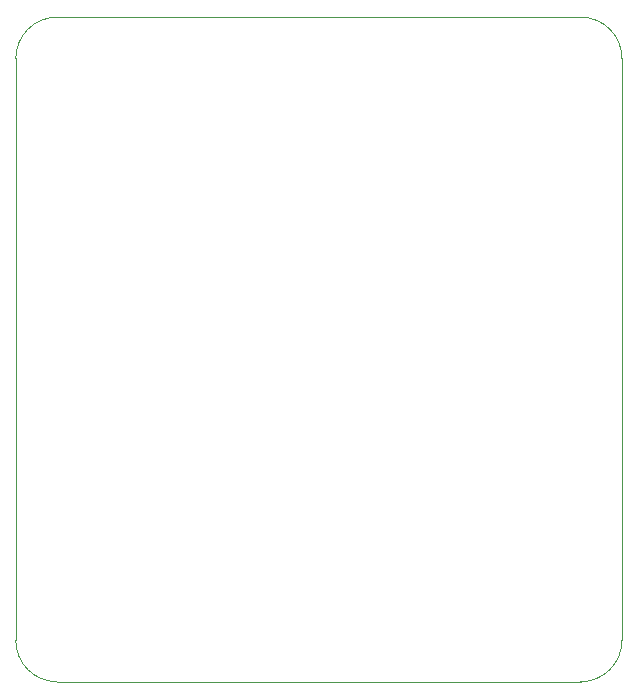
<source format=gm1>
G04 #@! TF.GenerationSoftware,KiCad,Pcbnew,(5.99.0-10613-g4d227d2d2b)*
G04 #@! TF.CreationDate,2021-06-17T11:01:32+05:30*
G04 #@! TF.ProjectId,rpi-cm4-base-carrier,7270692d-636d-4342-9d62-6173652d6361,v01*
G04 #@! TF.SameCoordinates,Original*
G04 #@! TF.FileFunction,Profile,NP*
%FSLAX46Y46*%
G04 Gerber Fmt 4.6, Leading zero omitted, Abs format (unit mm)*
G04 Created by KiCad (PCBNEW (5.99.0-10613-g4d227d2d2b)) date 2021-06-17 11:01:32*
%MOMM*%
%LPD*%
G01*
G04 APERTURE LIST*
G04 #@! TA.AperFunction,Profile*
%ADD10C,0.100000*%
G04 #@! TD*
G04 APERTURE END LIST*
D10*
X176850000Y-130800000D02*
X176850000Y-81534000D01*
X125524874Y-130805126D02*
X125524874Y-81534000D01*
X125524874Y-81534000D02*
G75*
G02*
X129024874Y-78034000I3500000J0D01*
G01*
X173350000Y-134300000D02*
X129024874Y-134305126D01*
X173350000Y-78034000D02*
X129024874Y-78034000D01*
X129024874Y-134305126D02*
G75*
G02*
X125524874Y-130805126I0J3500000D01*
G01*
X176850000Y-130800000D02*
G75*
G02*
X173350000Y-134300000I-3500000J0D01*
G01*
X173350000Y-78034000D02*
G75*
G02*
X176850000Y-81534000I0J-3500000D01*
G01*
M02*

</source>
